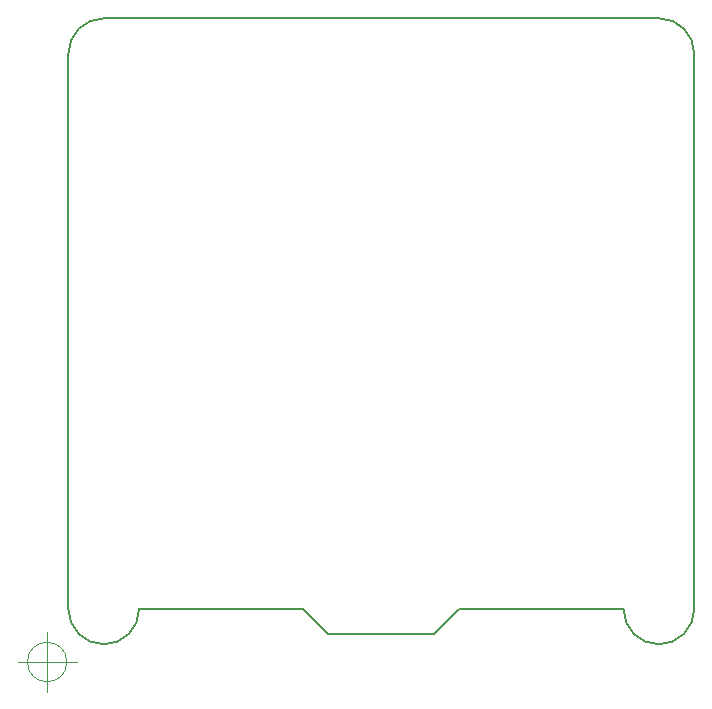
<source format=gbr>
%TF.GenerationSoftware,KiCad,Pcbnew,(6.0.0)*%
%TF.CreationDate,2022-03-25T21:19:08+08:00*%
%TF.ProjectId,WirelessPowerP40_Transmitter,57697265-6c65-4737-9350-6f7765725034,rev?*%
%TF.SameCoordinates,Original*%
%TF.FileFunction,Profile,NP*%
%FSLAX46Y46*%
G04 Gerber Fmt 4.6, Leading zero omitted, Abs format (unit mm)*
G04 Created by KiCad (PCBNEW (6.0.0)) date 2022-03-25 21:19:08*
%MOMM*%
%LPD*%
G01*
G04 APERTURE LIST*
%TA.AperFunction,Profile*%
%ADD10C,0.200000*%
%TD*%
%TA.AperFunction,Profile*%
%ADD11C,0.100000*%
%TD*%
G04 APERTURE END LIST*
D10*
X155799998Y-118500000D02*
X141900000Y-118500000D01*
X111800000Y-68499999D02*
G75*
G03*
X108800000Y-71500000I3J-3000003D01*
G01*
X130800000Y-120600000D02*
X139800000Y-120600000D01*
X161800000Y-118500000D02*
X161800000Y-71500000D01*
X108800000Y-71500000D02*
X108799998Y-118500000D01*
X155799998Y-118500000D02*
G75*
G03*
X158800000Y-121500000I3000001J1D01*
G01*
X108799998Y-118500000D02*
G75*
G03*
X111800000Y-121500000I3000001J1D01*
G01*
X128700000Y-118500000D02*
X130800000Y-120600000D01*
X111800000Y-68499999D02*
X158800000Y-68500000D01*
X111800000Y-121500000D02*
G75*
G03*
X114800000Y-118500000I-1J3000001D01*
G01*
X128700000Y-118500000D02*
X114800000Y-118500000D01*
X161800000Y-71500000D02*
G75*
G03*
X158800000Y-68500000I-3000001J-1D01*
G01*
X141900000Y-118500000D02*
X139800000Y-120600000D01*
X158800000Y-121500000D02*
G75*
G03*
X161800000Y-118500000I-1J3000001D01*
G01*
D11*
X108666666Y-123000000D02*
G75*
G03*
X108666666Y-123000000I-1666666J0D01*
G01*
X104500000Y-123000000D02*
X109500000Y-123000000D01*
X107000000Y-120500000D02*
X107000000Y-125500000D01*
M02*

</source>
